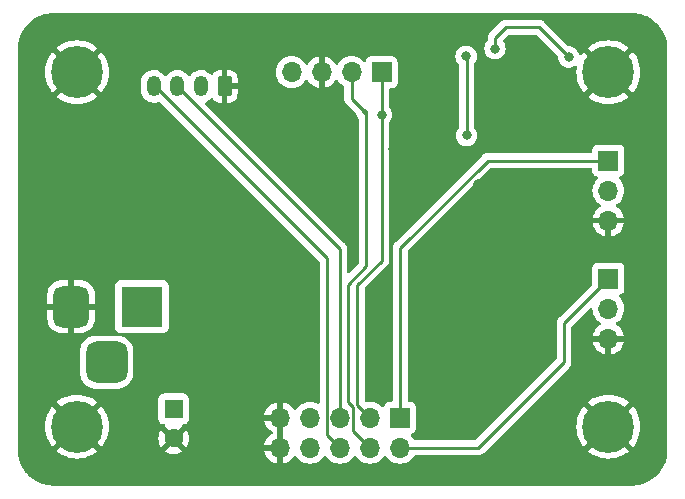
<source format=gbr>
%TF.GenerationSoftware,KiCad,Pcbnew,7.0.2-0*%
%TF.CreationDate,2023-11-21T12:49:43-05:00*%
%TF.ProjectId,WiringHarness,57697269-6e67-4486-9172-6e6573732e6b,rev?*%
%TF.SameCoordinates,Original*%
%TF.FileFunction,Copper,L2,Bot*%
%TF.FilePolarity,Positive*%
%FSLAX46Y46*%
G04 Gerber Fmt 4.6, Leading zero omitted, Abs format (unit mm)*
G04 Created by KiCad (PCBNEW 7.0.2-0) date 2023-11-21 12:49:43*
%MOMM*%
%LPD*%
G01*
G04 APERTURE LIST*
G04 Aperture macros list*
%AMRoundRect*
0 Rectangle with rounded corners*
0 $1 Rounding radius*
0 $2 $3 $4 $5 $6 $7 $8 $9 X,Y pos of 4 corners*
0 Add a 4 corners polygon primitive as box body*
4,1,4,$2,$3,$4,$5,$6,$7,$8,$9,$2,$3,0*
0 Add four circle primitives for the rounded corners*
1,1,$1+$1,$2,$3*
1,1,$1+$1,$4,$5*
1,1,$1+$1,$6,$7*
1,1,$1+$1,$8,$9*
0 Add four rect primitives between the rounded corners*
20,1,$1+$1,$2,$3,$4,$5,0*
20,1,$1+$1,$4,$5,$6,$7,0*
20,1,$1+$1,$6,$7,$8,$9,0*
20,1,$1+$1,$8,$9,$2,$3,0*%
G04 Aperture macros list end*
%TA.AperFunction,ComponentPad*%
%ADD10RoundRect,0.250000X0.350000X0.625000X-0.350000X0.625000X-0.350000X-0.625000X0.350000X-0.625000X0*%
%TD*%
%TA.AperFunction,ComponentPad*%
%ADD11O,1.200000X1.750000*%
%TD*%
%TA.AperFunction,ComponentPad*%
%ADD12R,1.700000X1.700000*%
%TD*%
%TA.AperFunction,ComponentPad*%
%ADD13O,1.700000X1.700000*%
%TD*%
%TA.AperFunction,ComponentPad*%
%ADD14C,4.400000*%
%TD*%
%TA.AperFunction,ComponentPad*%
%ADD15R,3.500000X3.500000*%
%TD*%
%TA.AperFunction,ComponentPad*%
%ADD16RoundRect,0.750000X-0.750000X-1.000000X0.750000X-1.000000X0.750000X1.000000X-0.750000X1.000000X0*%
%TD*%
%TA.AperFunction,ComponentPad*%
%ADD17RoundRect,0.875000X-0.875000X-0.875000X0.875000X-0.875000X0.875000X0.875000X-0.875000X0.875000X0*%
%TD*%
%TA.AperFunction,ComponentPad*%
%ADD18R,1.600000X1.600000*%
%TD*%
%TA.AperFunction,ComponentPad*%
%ADD19C,1.600000*%
%TD*%
%TA.AperFunction,ViaPad*%
%ADD20C,0.800000*%
%TD*%
%TA.AperFunction,ViaPad*%
%ADD21C,0.500000*%
%TD*%
%TA.AperFunction,Conductor*%
%ADD22C,0.254000*%
%TD*%
G04 APERTURE END LIST*
D10*
%TO.P,J7,1,Pin_1*%
%TO.N,GND*%
X144500000Y-81950000D03*
D11*
%TO.P,J7,2,Pin_2*%
%TO.N,/IIC5V*%
X142500000Y-81950000D03*
%TO.P,J7,3,Pin_3*%
%TO.N,/D0*%
X140500000Y-81950000D03*
%TO.P,J7,4,Pin_4*%
%TO.N,/D1*%
X138500000Y-81950000D03*
%TD*%
D12*
%TO.P,J4,1,Pin_1*%
%TO.N,/ServoX*%
X159370000Y-110000000D03*
D13*
%TO.P,J4,2,Pin_2*%
%TO.N,/ServoY*%
X159370000Y-112540000D03*
%TO.P,J4,3,Pin_3*%
%TO.N,/SCL*%
X156830000Y-110000000D03*
%TO.P,J4,4,Pin_4*%
%TO.N,/SDA*%
X156830000Y-112540000D03*
%TO.P,J4,5,Pin_5*%
%TO.N,/D0*%
X154290000Y-110000000D03*
%TO.P,J4,6,Pin_6*%
%TO.N,/D1*%
X154290000Y-112540000D03*
%TO.P,J4,7,Pin_7*%
%TO.N,/Vsys*%
X151750000Y-110000000D03*
%TO.P,J4,8,Pin_8*%
X151750000Y-112540000D03*
%TO.P,J4,9,Pin_9*%
%TO.N,GND*%
X149210000Y-110000000D03*
%TO.P,J4,10,Pin_10*%
X149210000Y-112540000D03*
%TD*%
D12*
%TO.P,J3,1,Pin_1*%
%TO.N,/ServoY*%
X177000000Y-98225000D03*
D13*
%TO.P,J3,2,Pin_2*%
%TO.N,/VoutServo*%
X177000000Y-100765000D03*
%TO.P,J3,3,Pin_3*%
%TO.N,GND*%
X177000000Y-103305000D03*
%TD*%
D12*
%TO.P,J5,1,Pin_1*%
%TO.N,/SCL*%
X157800000Y-80750000D03*
D13*
%TO.P,J5,2,Pin_2*%
%TO.N,/SDA*%
X155260000Y-80750000D03*
%TO.P,J5,3,Pin_3*%
%TO.N,GND*%
X152720000Y-80750000D03*
%TO.P,J5,4,Pin_4*%
%TO.N,/IIC5V*%
X150180000Y-80750000D03*
%TD*%
D14*
%TO.P,H2,1,1*%
%TO.N,GND*%
X177000000Y-110750000D03*
%TD*%
%TO.P,H5,1,1*%
%TO.N,GND*%
X132000000Y-80750000D03*
%TD*%
%TO.P,H3,1,1*%
%TO.N,GND*%
X132000000Y-110750000D03*
%TD*%
D12*
%TO.P,J2,1,Pin_1*%
%TO.N,/ServoX*%
X177000000Y-88225000D03*
D13*
%TO.P,J2,2,Pin_2*%
%TO.N,/VoutServo*%
X177000000Y-90765000D03*
%TO.P,J2,3,Pin_3*%
%TO.N,GND*%
X177000000Y-93305000D03*
%TD*%
D15*
%TO.P,J1,1*%
%TO.N,Net-(D1-A)*%
X137512000Y-100592500D03*
D16*
%TO.P,J1,2*%
%TO.N,GND*%
X131512000Y-100592500D03*
D17*
%TO.P,J1,3*%
%TO.N,N/C*%
X134512000Y-105292500D03*
%TD*%
D18*
%TO.P,C10,1*%
%TO.N,Net-(D1-A)*%
X140200000Y-109250000D03*
D19*
%TO.P,C10,2*%
%TO.N,GND*%
X140200000Y-111750000D03*
%TD*%
D14*
%TO.P,H1,1,1*%
%TO.N,GND*%
X177000000Y-80750000D03*
%TD*%
D20*
%TO.N,GND*%
X166000000Y-90250000D03*
X167000000Y-90250000D03*
X147250000Y-94500000D03*
X147900000Y-107650000D03*
X159750000Y-87250000D03*
X158750000Y-87250000D03*
X148250000Y-94500000D03*
X139750000Y-91050000D03*
X169750000Y-78500000D03*
X160950000Y-103400000D03*
X145650000Y-107650000D03*
X169450000Y-85950000D03*
X168000000Y-105250000D03*
X142400000Y-97350000D03*
X162200000Y-96150000D03*
%TO.N,/SCL*%
X157800000Y-84350000D03*
D21*
%TO.N,/SDA*%
X156400000Y-84150000D03*
D20*
%TO.N,/IIC3V*%
X164950000Y-79400000D03*
X165000000Y-86100000D03*
%TO.N,/SCL3*%
X173650000Y-79450000D03*
X167400000Y-78750000D03*
%TD*%
D22*
%TO.N,/SCL*%
X157800000Y-84350000D02*
X157800000Y-96700000D01*
X156830000Y-110000000D02*
X155750000Y-108920000D01*
X157800000Y-80750000D02*
X157800000Y-84350000D01*
X155750000Y-108920000D02*
X155750000Y-98750000D01*
X157800000Y-96700000D02*
X155750000Y-98750000D01*
%TO.N,/SDA*%
X154946937Y-108655047D02*
X154946937Y-98750000D01*
X156830000Y-112540000D02*
X155394000Y-111104000D01*
X156400000Y-84150000D02*
X156500000Y-84250000D01*
X155394000Y-109102110D02*
X154946937Y-108655047D01*
X155260000Y-80750000D02*
X155260000Y-83010000D01*
X156500000Y-84250000D02*
X156500000Y-97196937D01*
X156500000Y-97196937D02*
X154946937Y-98750000D01*
X155260000Y-83010000D02*
X156400000Y-84150000D01*
X155394000Y-111104000D02*
X155394000Y-109102110D01*
%TO.N,/ServoX*%
X166775000Y-88225000D02*
X159370000Y-95630000D01*
X159370000Y-95630000D02*
X159370000Y-110000000D01*
X177000000Y-88225000D02*
X166775000Y-88225000D01*
%TO.N,/ServoY*%
X173250000Y-101975000D02*
X177000000Y-98225000D01*
X165960000Y-112540000D02*
X173250000Y-105250000D01*
X173250000Y-105250000D02*
X173250000Y-101975000D01*
X159370000Y-112540000D02*
X165960000Y-112540000D01*
%TO.N,/D0*%
X154238998Y-109948998D02*
X154238998Y-95688998D01*
X154238998Y-95688998D02*
X140500000Y-81950000D01*
X154290000Y-110000000D02*
X154238998Y-109948998D01*
%TO.N,/D1*%
X153186000Y-111436000D02*
X153186000Y-96500000D01*
X154290000Y-112540000D02*
X153186000Y-111436000D01*
X138636000Y-81950000D02*
X153186000Y-96500000D01*
X138500000Y-81950000D02*
X138636000Y-81950000D01*
%TO.N,/IIC3V*%
X165000000Y-86100000D02*
X165000000Y-79450000D01*
X165000000Y-79450000D02*
X164950000Y-79400000D01*
%TO.N,/SCL3*%
X171150000Y-76950000D02*
X173650000Y-79450000D01*
X168300000Y-76950000D02*
X167400000Y-77850000D01*
X169400000Y-76950000D02*
X168300000Y-76950000D01*
X169400000Y-76950000D02*
X171150000Y-76950000D01*
X167400000Y-77850000D02*
X167400000Y-78750000D01*
%TD*%
%TA.AperFunction,Conductor*%
%TO.N,GND*%
G36*
X149460000Y-112104498D02*
G01*
X149352315Y-112055320D01*
X149245763Y-112040000D01*
X149174237Y-112040000D01*
X149067685Y-112055320D01*
X148960000Y-112104498D01*
X148960000Y-110435501D01*
X149067685Y-110484680D01*
X149174237Y-110500000D01*
X149245763Y-110500000D01*
X149352315Y-110484680D01*
X149460000Y-110435501D01*
X149460000Y-112104498D01*
G37*
%TD.AperFunction*%
%TA.AperFunction,Conductor*%
G36*
X179003243Y-75750669D02*
G01*
X179133628Y-75757503D01*
X179313910Y-75767628D01*
X179326309Y-75768955D01*
X179475647Y-75792608D01*
X179635321Y-75819737D01*
X179646619Y-75822205D01*
X179796693Y-75862418D01*
X179949188Y-75906351D01*
X179959253Y-75909726D01*
X180104710Y-75965562D01*
X180107599Y-75966714D01*
X180251768Y-76026430D01*
X180260594Y-76030500D01*
X180400064Y-76101565D01*
X180403748Y-76103521D01*
X180493848Y-76153316D01*
X180539548Y-76178574D01*
X180547061Y-76183081D01*
X180678754Y-76268604D01*
X180682947Y-76271452D01*
X180809147Y-76360996D01*
X180815426Y-76365757D01*
X180905017Y-76438307D01*
X180937567Y-76464665D01*
X180942154Y-76468567D01*
X181031944Y-76548809D01*
X181057424Y-76571579D01*
X181062478Y-76576358D01*
X181173640Y-76687520D01*
X181178419Y-76692574D01*
X181281427Y-76807840D01*
X181285333Y-76812431D01*
X181384239Y-76934570D01*
X181389002Y-76940851D01*
X181478546Y-77067051D01*
X181481409Y-77071266D01*
X181566907Y-77202921D01*
X181571430Y-77210460D01*
X181646477Y-77346250D01*
X181648433Y-77349934D01*
X181719498Y-77489404D01*
X181723575Y-77498247D01*
X181783259Y-77642337D01*
X181784462Y-77645353D01*
X181840265Y-77790727D01*
X181843655Y-77800836D01*
X181887579Y-77953297D01*
X181927793Y-78103379D01*
X181930262Y-78114685D01*
X181957394Y-78274369D01*
X181981040Y-78423670D01*
X181982371Y-78436108D01*
X181992509Y-78616617D01*
X181999330Y-78746756D01*
X181999500Y-78753246D01*
X181999500Y-112746753D01*
X181999330Y-112753243D01*
X181992509Y-112883382D01*
X181982372Y-113063887D01*
X181981040Y-113076331D01*
X181957394Y-113225629D01*
X181930263Y-113385308D01*
X181927791Y-113396624D01*
X181887579Y-113546701D01*
X181843653Y-113699170D01*
X181840268Y-113709263D01*
X181784462Y-113854645D01*
X181783259Y-113857661D01*
X181723575Y-114001751D01*
X181719498Y-114010594D01*
X181648433Y-114150064D01*
X181646477Y-114153748D01*
X181571430Y-114289538D01*
X181566897Y-114297094D01*
X181481412Y-114428728D01*
X181478546Y-114432947D01*
X181389002Y-114559147D01*
X181384239Y-114565428D01*
X181285333Y-114687567D01*
X181281427Y-114692158D01*
X181178419Y-114807424D01*
X181173640Y-114812478D01*
X181062478Y-114923640D01*
X181057424Y-114928419D01*
X180942158Y-115031427D01*
X180937567Y-115035333D01*
X180815428Y-115134239D01*
X180809147Y-115139002D01*
X180682947Y-115228546D01*
X180678728Y-115231412D01*
X180547094Y-115316897D01*
X180539538Y-115321430D01*
X180403748Y-115396477D01*
X180400064Y-115398433D01*
X180260594Y-115469498D01*
X180251751Y-115473575D01*
X180107661Y-115533259D01*
X180104645Y-115534462D01*
X179959271Y-115590265D01*
X179949162Y-115593655D01*
X179796702Y-115637579D01*
X179646619Y-115677793D01*
X179635313Y-115680262D01*
X179475630Y-115707394D01*
X179326328Y-115731040D01*
X179313890Y-115732371D01*
X179133382Y-115742509D01*
X179003244Y-115749330D01*
X178996754Y-115749500D01*
X130003247Y-115749500D01*
X129996757Y-115749330D01*
X129866617Y-115742509D01*
X129686111Y-115732372D01*
X129673666Y-115731040D01*
X129524369Y-115707394D01*
X129364690Y-115680263D01*
X129353374Y-115677791D01*
X129203298Y-115637579D01*
X129050828Y-115593653D01*
X129040735Y-115590268D01*
X128895353Y-115534462D01*
X128892337Y-115533259D01*
X128748247Y-115473575D01*
X128739404Y-115469498D01*
X128599934Y-115398433D01*
X128596250Y-115396477D01*
X128460460Y-115321430D01*
X128452921Y-115316907D01*
X128321266Y-115231409D01*
X128317051Y-115228546D01*
X128190851Y-115139002D01*
X128184570Y-115134239D01*
X128062431Y-115035333D01*
X128057840Y-115031427D01*
X127942574Y-114928419D01*
X127937520Y-114923640D01*
X127826358Y-114812478D01*
X127821579Y-114807424D01*
X127718571Y-114692158D01*
X127714665Y-114687567D01*
X127615759Y-114565428D01*
X127610996Y-114559147D01*
X127521452Y-114432947D01*
X127518604Y-114428754D01*
X127433081Y-114297061D01*
X127428568Y-114289538D01*
X127353521Y-114153748D01*
X127351565Y-114150064D01*
X127280500Y-114010594D01*
X127276430Y-114001768D01*
X127216714Y-113857599D01*
X127215562Y-113854710D01*
X127159729Y-113709260D01*
X127156346Y-113699170D01*
X127112414Y-113546679D01*
X127107316Y-113527652D01*
X127072202Y-113396605D01*
X127069738Y-113385323D01*
X127042601Y-113225606D01*
X127018956Y-113076316D01*
X127017627Y-113063890D01*
X127014763Y-113012888D01*
X127007490Y-112883382D01*
X127000669Y-112753243D01*
X127000500Y-112746755D01*
X127000500Y-110753736D01*
X129295290Y-110753736D01*
X129314560Y-111072302D01*
X129315462Y-111079732D01*
X129372990Y-111393651D01*
X129374778Y-111400907D01*
X129469729Y-111705613D01*
X129472374Y-111712589D01*
X129603362Y-112003631D01*
X129606836Y-112010251D01*
X129771945Y-112283373D01*
X129776191Y-112289525D01*
X129921477Y-112474968D01*
X131064210Y-111332234D01*
X131164894Y-111473624D01*
X131316932Y-111618592D01*
X131419222Y-111684330D01*
X130275030Y-112828521D01*
X130275030Y-112828522D01*
X130460474Y-112973808D01*
X130466626Y-112978054D01*
X130739748Y-113143163D01*
X130746368Y-113146637D01*
X131037410Y-113277625D01*
X131044386Y-113280270D01*
X131349092Y-113375221D01*
X131356348Y-113377009D01*
X131670267Y-113434537D01*
X131677697Y-113435439D01*
X131996264Y-113454709D01*
X132003736Y-113454709D01*
X132322302Y-113435439D01*
X132329732Y-113434537D01*
X132643651Y-113377009D01*
X132650907Y-113375221D01*
X132955613Y-113280270D01*
X132962589Y-113277625D01*
X133253631Y-113146637D01*
X133260251Y-113143163D01*
X133533369Y-112978057D01*
X133539524Y-112973808D01*
X133724968Y-112828522D01*
X133724968Y-112828521D01*
X132583306Y-111686859D01*
X132597410Y-111679589D01*
X132762540Y-111549729D01*
X132900110Y-111390965D01*
X132934665Y-111331113D01*
X134078521Y-112474968D01*
X134078522Y-112474968D01*
X134223808Y-112289524D01*
X134228057Y-112283369D01*
X134393163Y-112010251D01*
X134396637Y-112003631D01*
X134510788Y-111750000D01*
X138895033Y-111750000D01*
X138914858Y-111976602D01*
X138973733Y-112196326D01*
X139069866Y-112402484D01*
X139120972Y-112475471D01*
X139120974Y-112475472D01*
X139802046Y-111794399D01*
X139814835Y-111875148D01*
X139872359Y-111988045D01*
X139961955Y-112077641D01*
X140074852Y-112135165D01*
X140155599Y-112147953D01*
X139474526Y-112829025D01*
X139474526Y-112829026D01*
X139547515Y-112880133D01*
X139753673Y-112976266D01*
X139973397Y-113035141D01*
X140200000Y-113054966D01*
X140426602Y-113035141D01*
X140646326Y-112976266D01*
X140852480Y-112880134D01*
X140925472Y-112829025D01*
X140244401Y-112147953D01*
X140325148Y-112135165D01*
X140438045Y-112077641D01*
X140527641Y-111988045D01*
X140585165Y-111875148D01*
X140597953Y-111794400D01*
X141279025Y-112475472D01*
X141330134Y-112402480D01*
X141426266Y-112196326D01*
X141485141Y-111976602D01*
X141504966Y-111750000D01*
X141485141Y-111523397D01*
X141426266Y-111303673D01*
X141330133Y-111097515D01*
X141279025Y-111024526D01*
X140597953Y-111705598D01*
X140585165Y-111624852D01*
X140527641Y-111511955D01*
X140438045Y-111422359D01*
X140325148Y-111364835D01*
X140244399Y-111352045D01*
X140930600Y-110665845D01*
X140940481Y-110616679D01*
X140989096Y-110566496D01*
X141043621Y-110550548D01*
X141044536Y-110550499D01*
X141047872Y-110550499D01*
X141107483Y-110544091D01*
X141242331Y-110493796D01*
X141357546Y-110407546D01*
X141443796Y-110292331D01*
X141494091Y-110157483D01*
X141500500Y-110097873D01*
X141500499Y-108402128D01*
X141494091Y-108342517D01*
X141443796Y-108207669D01*
X141357546Y-108092454D01*
X141242331Y-108006204D01*
X141107483Y-107955909D01*
X141047873Y-107949500D01*
X141044550Y-107949500D01*
X139355439Y-107949500D01*
X139355420Y-107949500D01*
X139352128Y-107949501D01*
X139348848Y-107949853D01*
X139348840Y-107949854D01*
X139292515Y-107955909D01*
X139157669Y-108006204D01*
X139042454Y-108092454D01*
X138956204Y-108207668D01*
X138905910Y-108342515D01*
X138905909Y-108342517D01*
X138899500Y-108402127D01*
X138899500Y-108405448D01*
X138899500Y-108405449D01*
X138899500Y-110094560D01*
X138899500Y-110094578D01*
X138899501Y-110097872D01*
X138899853Y-110101152D01*
X138899854Y-110101159D01*
X138905909Y-110157484D01*
X138925438Y-110209844D01*
X138956204Y-110292331D01*
X139042454Y-110407546D01*
X139157669Y-110493796D01*
X139292517Y-110544091D01*
X139352127Y-110550500D01*
X139355455Y-110550499D01*
X139356388Y-110550550D01*
X139422278Y-110573792D01*
X139465143Y-110628967D01*
X139470666Y-110667113D01*
X140155598Y-111352046D01*
X140074852Y-111364835D01*
X139961955Y-111422359D01*
X139872359Y-111511955D01*
X139814835Y-111624852D01*
X139802046Y-111705599D01*
X139120973Y-111024526D01*
X139120973Y-111024527D01*
X139069865Y-111097516D01*
X138973733Y-111303672D01*
X138914858Y-111523397D01*
X138895033Y-111750000D01*
X134510788Y-111750000D01*
X134527625Y-111712589D01*
X134530270Y-111705613D01*
X134625221Y-111400907D01*
X134627009Y-111393651D01*
X134684537Y-111079732D01*
X134685439Y-111072302D01*
X134704709Y-110753736D01*
X134704709Y-110746263D01*
X134685439Y-110427697D01*
X134684537Y-110420267D01*
X134627009Y-110106348D01*
X134625221Y-110099092D01*
X134530270Y-109794386D01*
X134527625Y-109787410D01*
X134396637Y-109496368D01*
X134393163Y-109489748D01*
X134228054Y-109216626D01*
X134223808Y-109210474D01*
X134078521Y-109025030D01*
X132935787Y-110167763D01*
X132835106Y-110026376D01*
X132683068Y-109881408D01*
X132580777Y-109815669D01*
X133724968Y-108671477D01*
X133724968Y-108671476D01*
X133539525Y-108526191D01*
X133533373Y-108521945D01*
X133260251Y-108356836D01*
X133253631Y-108353362D01*
X132962589Y-108222374D01*
X132955613Y-108219729D01*
X132650907Y-108124778D01*
X132643651Y-108122990D01*
X132329732Y-108065462D01*
X132322302Y-108064560D01*
X132003736Y-108045291D01*
X131996264Y-108045291D01*
X131677697Y-108064560D01*
X131670267Y-108065462D01*
X131356348Y-108122990D01*
X131349092Y-108124778D01*
X131044386Y-108219729D01*
X131037410Y-108222374D01*
X130746368Y-108353362D01*
X130739748Y-108356836D01*
X130466626Y-108521945D01*
X130460474Y-108526191D01*
X130275030Y-108671476D01*
X130275030Y-108671477D01*
X131416693Y-109813140D01*
X131402590Y-109820411D01*
X131237460Y-109950271D01*
X131099890Y-110109035D01*
X131065334Y-110168886D01*
X129921477Y-109025030D01*
X129921476Y-109025030D01*
X129776191Y-109210474D01*
X129771945Y-109216626D01*
X129606836Y-109489748D01*
X129603362Y-109496368D01*
X129472374Y-109787410D01*
X129469729Y-109794386D01*
X129374778Y-110099092D01*
X129372990Y-110106348D01*
X129315462Y-110420267D01*
X129314560Y-110427697D01*
X129295290Y-110746263D01*
X129295290Y-110753736D01*
X127000500Y-110753736D01*
X127000500Y-106261122D01*
X132261500Y-106261122D01*
X132261586Y-106262747D01*
X132261587Y-106262772D01*
X132264067Y-106309459D01*
X132264067Y-106309466D01*
X132264295Y-106313741D01*
X132308755Y-106543626D01*
X132391426Y-106762690D01*
X132509930Y-106964632D01*
X132660858Y-107143642D01*
X132839868Y-107294570D01*
X133041810Y-107413074D01*
X133260874Y-107495745D01*
X133490759Y-107540205D01*
X133543378Y-107543000D01*
X133545022Y-107543000D01*
X135478978Y-107543000D01*
X135480622Y-107543000D01*
X135533241Y-107540205D01*
X135763126Y-107495745D01*
X135982190Y-107413074D01*
X136184132Y-107294570D01*
X136363142Y-107143642D01*
X136514070Y-106964632D01*
X136632574Y-106762690D01*
X136715245Y-106543626D01*
X136759705Y-106313741D01*
X136762500Y-106261122D01*
X136762500Y-104323878D01*
X136759705Y-104271259D01*
X136715245Y-104041374D01*
X136632574Y-103822310D01*
X136514070Y-103620368D01*
X136363142Y-103441358D01*
X136184132Y-103290430D01*
X135982190Y-103171926D01*
X135763126Y-103089255D01*
X135763121Y-103089254D01*
X135760475Y-103088742D01*
X135756974Y-103086934D01*
X135753251Y-103085529D01*
X135753414Y-103085095D01*
X135698395Y-103056682D01*
X135663503Y-102996148D01*
X135666876Y-102926360D01*
X135707445Y-102869475D01*
X135772328Y-102843552D01*
X135784007Y-102842999D01*
X139309872Y-102842999D01*
X139369483Y-102836591D01*
X139504331Y-102786296D01*
X139619546Y-102700046D01*
X139705796Y-102584831D01*
X139756091Y-102449983D01*
X139762500Y-102390373D01*
X139762499Y-98794628D01*
X139756091Y-98735017D01*
X139705796Y-98600169D01*
X139619546Y-98484954D01*
X139504331Y-98398704D01*
X139369483Y-98348409D01*
X139369483Y-98348408D01*
X139313166Y-98342354D01*
X139313165Y-98342353D01*
X139309873Y-98342000D01*
X139306550Y-98342000D01*
X135717439Y-98342000D01*
X135717420Y-98342000D01*
X135714128Y-98342001D01*
X135710848Y-98342353D01*
X135710840Y-98342354D01*
X135654515Y-98348409D01*
X135519669Y-98398704D01*
X135404454Y-98484954D01*
X135318204Y-98600168D01*
X135267909Y-98735016D01*
X135262195Y-98788167D01*
X135261500Y-98794627D01*
X135261500Y-98797948D01*
X135261500Y-98797949D01*
X135261500Y-102387060D01*
X135261500Y-102387078D01*
X135261501Y-102390372D01*
X135267909Y-102449983D01*
X135318204Y-102584831D01*
X135404454Y-102700046D01*
X135519669Y-102786296D01*
X135566940Y-102803927D01*
X135622873Y-102845796D01*
X135647291Y-102911261D01*
X135632440Y-102979534D01*
X135583035Y-103028940D01*
X135517033Y-103043934D01*
X135482242Y-103042086D01*
X135482240Y-103042085D01*
X135480622Y-103042000D01*
X133543378Y-103042000D01*
X133541753Y-103042086D01*
X133541727Y-103042087D01*
X133495040Y-103044567D01*
X133495031Y-103044568D01*
X133490759Y-103044795D01*
X133486561Y-103045606D01*
X133486552Y-103045608D01*
X133260877Y-103089254D01*
X133260874Y-103089254D01*
X133260874Y-103089255D01*
X133151341Y-103130590D01*
X133041807Y-103171927D01*
X132839868Y-103290430D01*
X132660858Y-103441358D01*
X132509930Y-103620368D01*
X132391427Y-103822307D01*
X132308754Y-104041377D01*
X132265108Y-104267052D01*
X132265106Y-104267061D01*
X132264295Y-104271259D01*
X132264068Y-104275531D01*
X132264067Y-104275540D01*
X132261587Y-104322227D01*
X132261586Y-104322253D01*
X132261500Y-104323878D01*
X132261500Y-106261122D01*
X127000500Y-106261122D01*
X127000500Y-100342500D01*
X129512000Y-100342500D01*
X131012000Y-100342500D01*
X131012000Y-100842500D01*
X129512001Y-100842500D01*
X129512001Y-101654244D01*
X129512192Y-101659125D01*
X129522400Y-101788831D01*
X129577377Y-102007018D01*
X129670430Y-102211879D01*
X129798565Y-102396832D01*
X129957667Y-102555934D01*
X130142620Y-102684069D01*
X130347481Y-102777122D01*
X130565668Y-102832099D01*
X130695374Y-102842308D01*
X130700254Y-102842499D01*
X131261999Y-102842499D01*
X131262000Y-102842498D01*
X131262000Y-102026186D01*
X131302156Y-102051993D01*
X131440111Y-102092500D01*
X131583889Y-102092500D01*
X131721844Y-102051993D01*
X131762000Y-102026186D01*
X131762000Y-102842499D01*
X132323744Y-102842499D01*
X132328625Y-102842307D01*
X132458331Y-102832099D01*
X132676518Y-102777122D01*
X132881379Y-102684069D01*
X133066332Y-102555934D01*
X133225434Y-102396832D01*
X133353569Y-102211879D01*
X133446622Y-102007018D01*
X133501599Y-101788831D01*
X133511808Y-101659125D01*
X133512000Y-101654245D01*
X133512000Y-100842500D01*
X132012000Y-100842500D01*
X132012000Y-100342500D01*
X133511999Y-100342500D01*
X133511999Y-99530755D01*
X133511807Y-99525874D01*
X133501599Y-99396168D01*
X133446622Y-99177981D01*
X133353569Y-98973120D01*
X133225434Y-98788167D01*
X133066332Y-98629065D01*
X132881379Y-98500930D01*
X132676518Y-98407877D01*
X132458331Y-98352900D01*
X132328625Y-98342691D01*
X132323746Y-98342500D01*
X131762000Y-98342500D01*
X131762000Y-99158813D01*
X131721844Y-99133007D01*
X131583889Y-99092500D01*
X131440111Y-99092500D01*
X131302156Y-99133007D01*
X131261999Y-99158813D01*
X131261999Y-98342500D01*
X130700255Y-98342500D01*
X130695374Y-98342692D01*
X130565668Y-98352900D01*
X130347481Y-98407877D01*
X130142620Y-98500930D01*
X129957667Y-98629065D01*
X129798565Y-98788167D01*
X129670430Y-98973120D01*
X129577377Y-99177981D01*
X129522400Y-99396168D01*
X129512191Y-99525874D01*
X129512000Y-99530754D01*
X129512000Y-100342500D01*
X127000500Y-100342500D01*
X127000500Y-80753736D01*
X129295290Y-80753736D01*
X129314560Y-81072302D01*
X129315462Y-81079732D01*
X129372990Y-81393651D01*
X129374778Y-81400907D01*
X129469729Y-81705613D01*
X129472374Y-81712589D01*
X129603362Y-82003631D01*
X129606836Y-82010251D01*
X129771945Y-82283373D01*
X129776191Y-82289525D01*
X129921477Y-82474968D01*
X131064211Y-81332235D01*
X131164894Y-81473624D01*
X131316932Y-81618592D01*
X131419222Y-81684330D01*
X130275030Y-82828521D01*
X130275030Y-82828522D01*
X130460474Y-82973808D01*
X130466626Y-82978054D01*
X130739748Y-83143163D01*
X130746368Y-83146637D01*
X131037410Y-83277625D01*
X131044386Y-83280270D01*
X131349092Y-83375221D01*
X131356348Y-83377009D01*
X131670267Y-83434537D01*
X131677697Y-83435439D01*
X131996264Y-83454709D01*
X132003736Y-83454709D01*
X132322302Y-83435439D01*
X132329732Y-83434537D01*
X132643651Y-83377009D01*
X132650907Y-83375221D01*
X132955613Y-83280270D01*
X132962589Y-83277625D01*
X133253631Y-83146637D01*
X133260251Y-83143163D01*
X133533369Y-82978057D01*
X133539524Y-82973808D01*
X133724968Y-82828522D01*
X133724968Y-82828521D01*
X132583306Y-81686859D01*
X132597410Y-81679589D01*
X132762540Y-81549729D01*
X132900110Y-81390965D01*
X132934665Y-81331112D01*
X134078521Y-82474968D01*
X134078522Y-82474968D01*
X134223808Y-82289524D01*
X134228057Y-82283369D01*
X134231650Y-82277425D01*
X137399500Y-82277425D01*
X137399779Y-82280355D01*
X137399781Y-82280380D01*
X137414471Y-82434215D01*
X137473683Y-82635873D01*
X137569990Y-82822684D01*
X137692146Y-82978016D01*
X137699908Y-82987886D01*
X137736807Y-83019859D01*
X137858745Y-83125520D01*
X138020827Y-83219098D01*
X138040756Y-83230604D01*
X138089675Y-83247535D01*
X138239366Y-83299344D01*
X138274298Y-83304366D01*
X138447398Y-83329254D01*
X138657330Y-83319254D01*
X138861576Y-83269704D01*
X138925167Y-83240662D01*
X138994321Y-83230719D01*
X139057877Y-83259743D01*
X139064357Y-83265776D01*
X152522181Y-96723600D01*
X152555666Y-96784923D01*
X152558500Y-96811281D01*
X152558500Y-108692256D01*
X152538815Y-108759295D01*
X152486011Y-108805050D01*
X152416853Y-108814994D01*
X152382096Y-108804638D01*
X152213665Y-108726097D01*
X151985407Y-108664936D01*
X151750000Y-108644340D01*
X151514592Y-108664936D01*
X151286336Y-108726097D01*
X151072170Y-108825965D01*
X150878598Y-108961505D01*
X150711508Y-109128595D01*
X150581269Y-109314596D01*
X150526692Y-109358220D01*
X150457193Y-109365413D01*
X150394839Y-109333891D01*
X150378119Y-109314595D01*
X150248109Y-109128921D01*
X150081081Y-108961893D01*
X149887576Y-108826399D01*
X149673492Y-108726569D01*
X149460000Y-108669364D01*
X149460000Y-109564498D01*
X149352315Y-109515320D01*
X149245763Y-109500000D01*
X149174237Y-109500000D01*
X149067685Y-109515320D01*
X148960000Y-109564498D01*
X148960000Y-108669364D01*
X148959999Y-108669364D01*
X148746507Y-108726569D01*
X148532421Y-108826400D01*
X148338921Y-108961890D01*
X148171890Y-109128921D01*
X148036400Y-109322421D01*
X147936569Y-109536507D01*
X147879364Y-109749999D01*
X147879364Y-109750000D01*
X148776314Y-109750000D01*
X148750507Y-109790156D01*
X148710000Y-109928111D01*
X148710000Y-110071889D01*
X148750507Y-110209844D01*
X148776314Y-110250000D01*
X147879364Y-110250000D01*
X147936569Y-110463492D01*
X148036399Y-110677576D01*
X148171893Y-110871081D01*
X148338918Y-111038106D01*
X148525031Y-111168425D01*
X148568656Y-111223002D01*
X148575848Y-111292501D01*
X148544326Y-111354855D01*
X148525031Y-111371575D01*
X148338918Y-111501893D01*
X148171890Y-111668921D01*
X148036400Y-111862421D01*
X147936569Y-112076507D01*
X147879364Y-112289999D01*
X147879364Y-112290000D01*
X148776314Y-112290000D01*
X148750507Y-112330156D01*
X148710000Y-112468111D01*
X148710000Y-112611889D01*
X148750507Y-112749844D01*
X148776314Y-112790000D01*
X147879364Y-112790000D01*
X147936569Y-113003492D01*
X148036399Y-113217576D01*
X148171893Y-113411081D01*
X148338918Y-113578106D01*
X148532423Y-113713600D01*
X148746509Y-113813430D01*
X148960000Y-113870634D01*
X148960000Y-112975501D01*
X149067685Y-113024680D01*
X149174237Y-113040000D01*
X149245763Y-113040000D01*
X149352315Y-113024680D01*
X149460000Y-112975501D01*
X149460000Y-113870633D01*
X149673490Y-113813430D01*
X149887576Y-113713600D01*
X150081081Y-113578106D01*
X150248109Y-113411078D01*
X150378119Y-113225405D01*
X150432696Y-113181780D01*
X150502194Y-113174586D01*
X150564549Y-113206109D01*
X150581265Y-113225400D01*
X150711505Y-113411401D01*
X150878599Y-113578495D01*
X151072170Y-113714035D01*
X151286337Y-113813903D01*
X151498059Y-113870633D01*
X151514592Y-113875063D01*
X151749999Y-113895659D01*
X151749999Y-113895658D01*
X151750000Y-113895659D01*
X151985408Y-113875063D01*
X152213663Y-113813903D01*
X152427830Y-113714035D01*
X152621401Y-113578495D01*
X152788495Y-113411401D01*
X152918427Y-113225838D01*
X152973001Y-113182216D01*
X153042499Y-113175022D01*
X153104854Y-113206545D01*
X153121572Y-113225838D01*
X153251505Y-113411401D01*
X153418599Y-113578495D01*
X153612170Y-113714035D01*
X153826337Y-113813903D01*
X154054592Y-113875063D01*
X154290000Y-113895659D01*
X154525408Y-113875063D01*
X154753663Y-113813903D01*
X154967830Y-113714035D01*
X155161401Y-113578495D01*
X155328495Y-113411401D01*
X155458426Y-113225839D01*
X155513002Y-113182216D01*
X155582500Y-113175022D01*
X155644855Y-113206545D01*
X155661571Y-113225837D01*
X155791505Y-113411401D01*
X155958599Y-113578495D01*
X156152170Y-113714035D01*
X156366337Y-113813903D01*
X156594592Y-113875063D01*
X156830000Y-113895659D01*
X157065408Y-113875063D01*
X157293663Y-113813903D01*
X157507830Y-113714035D01*
X157701401Y-113578495D01*
X157868495Y-113411401D01*
X157998427Y-113225838D01*
X158053001Y-113182216D01*
X158122499Y-113175022D01*
X158184854Y-113206545D01*
X158201572Y-113225838D01*
X158331505Y-113411401D01*
X158498599Y-113578495D01*
X158692170Y-113714035D01*
X158906337Y-113813903D01*
X159134592Y-113875063D01*
X159370000Y-113895659D01*
X159605408Y-113875063D01*
X159833663Y-113813903D01*
X160047830Y-113714035D01*
X160241401Y-113578495D01*
X160408495Y-113411401D01*
X160542252Y-113220375D01*
X160596829Y-113176751D01*
X160643827Y-113167500D01*
X165877034Y-113167500D01*
X165897601Y-113169770D01*
X165900475Y-113169679D01*
X165900477Y-113169680D01*
X165967918Y-113167561D01*
X165971813Y-113167500D01*
X165995574Y-113167500D01*
X165999476Y-113167500D01*
X166003482Y-113166993D01*
X166015113Y-113166077D01*
X166058943Y-113164701D01*
X166078280Y-113159082D01*
X166097321Y-113155138D01*
X166117293Y-113152616D01*
X166158055Y-113136476D01*
X166169092Y-113132698D01*
X166211191Y-113120468D01*
X166228510Y-113110224D01*
X166245994Y-113101659D01*
X166264703Y-113094253D01*
X166300168Y-113068485D01*
X166309915Y-113062081D01*
X166347656Y-113039763D01*
X166361892Y-113025526D01*
X166376679Y-113012896D01*
X166392967Y-113001063D01*
X166420904Y-112967290D01*
X166428756Y-112958661D01*
X168633681Y-110753736D01*
X174295291Y-110753736D01*
X174314560Y-111072302D01*
X174315462Y-111079732D01*
X174372990Y-111393651D01*
X174374778Y-111400907D01*
X174469729Y-111705613D01*
X174472374Y-111712589D01*
X174603362Y-112003631D01*
X174606836Y-112010251D01*
X174771945Y-112283373D01*
X174776191Y-112289525D01*
X174921477Y-112474968D01*
X176064210Y-111332234D01*
X176164894Y-111473624D01*
X176316932Y-111618592D01*
X176419222Y-111684330D01*
X175275030Y-112828521D01*
X175275030Y-112828522D01*
X175460474Y-112973808D01*
X175466626Y-112978054D01*
X175739748Y-113143163D01*
X175746368Y-113146637D01*
X176037410Y-113277625D01*
X176044386Y-113280270D01*
X176349092Y-113375221D01*
X176356348Y-113377009D01*
X176670267Y-113434537D01*
X176677697Y-113435439D01*
X176996264Y-113454709D01*
X177003736Y-113454709D01*
X177322302Y-113435439D01*
X177329732Y-113434537D01*
X177643651Y-113377009D01*
X177650907Y-113375221D01*
X177955613Y-113280270D01*
X177962589Y-113277625D01*
X178253631Y-113146637D01*
X178260251Y-113143163D01*
X178533369Y-112978057D01*
X178539524Y-112973808D01*
X178724968Y-112828522D01*
X178724968Y-112828521D01*
X177583306Y-111686859D01*
X177597410Y-111679589D01*
X177762540Y-111549729D01*
X177900110Y-111390965D01*
X177934665Y-111331112D01*
X179078521Y-112474968D01*
X179078522Y-112474968D01*
X179223808Y-112289524D01*
X179228057Y-112283369D01*
X179393163Y-112010251D01*
X179396637Y-112003631D01*
X179527625Y-111712589D01*
X179530270Y-111705613D01*
X179625221Y-111400907D01*
X179627009Y-111393651D01*
X179684537Y-111079732D01*
X179685439Y-111072302D01*
X179704709Y-110753736D01*
X179704709Y-110746263D01*
X179685439Y-110427697D01*
X179684537Y-110420267D01*
X179627009Y-110106348D01*
X179625221Y-110099092D01*
X179530270Y-109794386D01*
X179527625Y-109787410D01*
X179396637Y-109496368D01*
X179393163Y-109489748D01*
X179228054Y-109216626D01*
X179223808Y-109210474D01*
X179078521Y-109025030D01*
X177935788Y-110167763D01*
X177835106Y-110026376D01*
X177683068Y-109881408D01*
X177580777Y-109815669D01*
X178724968Y-108671477D01*
X178724968Y-108671476D01*
X178539525Y-108526191D01*
X178533373Y-108521945D01*
X178260251Y-108356836D01*
X178253631Y-108353362D01*
X177962589Y-108222374D01*
X177955613Y-108219729D01*
X177650907Y-108124778D01*
X177643651Y-108122990D01*
X177329732Y-108065462D01*
X177322302Y-108064560D01*
X177003736Y-108045291D01*
X176996264Y-108045291D01*
X176677697Y-108064560D01*
X176670267Y-108065462D01*
X176356348Y-108122990D01*
X176349092Y-108124778D01*
X176044386Y-108219729D01*
X176037410Y-108222374D01*
X175746368Y-108353362D01*
X175739748Y-108356836D01*
X175466626Y-108521945D01*
X175460474Y-108526191D01*
X175275030Y-108671476D01*
X175275030Y-108671477D01*
X176416693Y-109813140D01*
X176402590Y-109820411D01*
X176237460Y-109950271D01*
X176099890Y-110109035D01*
X176065334Y-110168887D01*
X174921477Y-109025030D01*
X174921476Y-109025030D01*
X174776191Y-109210474D01*
X174771945Y-109216626D01*
X174606836Y-109489748D01*
X174603362Y-109496368D01*
X174472374Y-109787410D01*
X174469729Y-109794386D01*
X174374778Y-110099092D01*
X174372990Y-110106348D01*
X174315462Y-110420267D01*
X174314560Y-110427697D01*
X174295291Y-110746263D01*
X174295291Y-110753736D01*
X168633681Y-110753736D01*
X173635044Y-105752373D01*
X173651190Y-105739439D01*
X173653159Y-105737341D01*
X173653162Y-105737340D01*
X173699384Y-105688117D01*
X173702001Y-105685416D01*
X173721623Y-105665796D01*
X173724086Y-105662619D01*
X173731684Y-105653720D01*
X173761693Y-105621767D01*
X173771392Y-105604122D01*
X173782071Y-105587864D01*
X173794408Y-105571962D01*
X173811815Y-105531734D01*
X173816951Y-105521251D01*
X173838072Y-105482834D01*
X173843077Y-105463340D01*
X173849383Y-105444923D01*
X173857373Y-105426460D01*
X173857372Y-105426460D01*
X173857374Y-105426458D01*
X173864231Y-105383155D01*
X173866596Y-105371736D01*
X173877500Y-105329272D01*
X173877500Y-105309141D01*
X173879027Y-105289742D01*
X173882175Y-105269867D01*
X173878050Y-105226230D01*
X173877500Y-105214561D01*
X173877500Y-102286280D01*
X173897185Y-102219241D01*
X173913814Y-102198604D01*
X175432422Y-100679995D01*
X175493743Y-100646512D01*
X175563435Y-100651496D01*
X175619368Y-100693368D01*
X175643629Y-100756870D01*
X175664936Y-101000407D01*
X175709709Y-101167501D01*
X175726097Y-101228663D01*
X175825965Y-101442830D01*
X175961505Y-101636401D01*
X176128599Y-101803495D01*
X176314596Y-101933732D01*
X176358219Y-101988307D01*
X176365412Y-102057806D01*
X176333890Y-102120160D01*
X176314595Y-102136880D01*
X176128919Y-102266892D01*
X175961890Y-102433921D01*
X175826400Y-102627421D01*
X175726569Y-102841507D01*
X175669364Y-103054999D01*
X175669364Y-103055000D01*
X176566314Y-103055000D01*
X176540507Y-103095156D01*
X176500000Y-103233111D01*
X176500000Y-103376889D01*
X176540507Y-103514844D01*
X176566314Y-103555000D01*
X175669364Y-103555000D01*
X175726569Y-103768492D01*
X175826399Y-103982576D01*
X175961893Y-104176081D01*
X176128918Y-104343106D01*
X176322423Y-104478600D01*
X176536509Y-104578430D01*
X176750000Y-104635634D01*
X176750000Y-103740501D01*
X176857685Y-103789680D01*
X176964237Y-103805000D01*
X177035763Y-103805000D01*
X177142315Y-103789680D01*
X177249999Y-103740501D01*
X177249999Y-104635633D01*
X177463490Y-104578430D01*
X177677576Y-104478600D01*
X177871081Y-104343106D01*
X178038106Y-104176081D01*
X178173600Y-103982576D01*
X178273430Y-103768492D01*
X178330636Y-103555000D01*
X177433686Y-103555000D01*
X177459493Y-103514844D01*
X177500000Y-103376889D01*
X177500000Y-103233111D01*
X177459493Y-103095156D01*
X177433686Y-103055000D01*
X178330636Y-103055000D01*
X178330635Y-103054999D01*
X178273430Y-102841507D01*
X178173599Y-102627421D01*
X178038109Y-102433921D01*
X177871081Y-102266893D01*
X177685404Y-102136880D01*
X177641780Y-102082303D01*
X177634587Y-102012804D01*
X177666109Y-101950450D01*
X177685399Y-101933734D01*
X177871401Y-101803495D01*
X178038495Y-101636401D01*
X178174035Y-101442830D01*
X178273903Y-101228663D01*
X178335063Y-101000408D01*
X178355659Y-100765000D01*
X178345728Y-100651496D01*
X178335063Y-100529592D01*
X178284932Y-100342499D01*
X178273903Y-100301337D01*
X178174035Y-100087171D01*
X178038495Y-99893599D01*
X177916569Y-99771673D01*
X177883084Y-99710350D01*
X177888068Y-99640658D01*
X177929940Y-99584725D01*
X177960915Y-99567810D01*
X178092331Y-99518796D01*
X178207546Y-99432546D01*
X178293796Y-99317331D01*
X178344091Y-99182483D01*
X178350500Y-99122873D01*
X178350499Y-97327128D01*
X178344091Y-97267517D01*
X178293796Y-97132669D01*
X178207546Y-97017454D01*
X178092331Y-96931204D01*
X177957483Y-96880909D01*
X177916103Y-96876460D01*
X177901166Y-96874854D01*
X177901165Y-96874853D01*
X177897873Y-96874500D01*
X177894550Y-96874500D01*
X176105439Y-96874500D01*
X176105420Y-96874500D01*
X176102128Y-96874501D01*
X176098848Y-96874853D01*
X176098840Y-96874854D01*
X176042515Y-96880909D01*
X175907669Y-96931204D01*
X175792454Y-97017454D01*
X175706204Y-97132668D01*
X175655910Y-97267515D01*
X175655909Y-97267517D01*
X175649500Y-97327127D01*
X175649500Y-97330449D01*
X175649500Y-98636718D01*
X175629815Y-98703757D01*
X175613181Y-98724399D01*
X172864954Y-101472625D01*
X172848806Y-101485563D01*
X172800646Y-101536847D01*
X172797941Y-101539639D01*
X172778377Y-101559204D01*
X172776003Y-101562264D01*
X172775984Y-101562286D01*
X172775879Y-101562423D01*
X172768317Y-101571274D01*
X172738306Y-101603233D01*
X172728606Y-101620877D01*
X172717928Y-101637133D01*
X172705592Y-101653036D01*
X172688185Y-101693262D01*
X172683047Y-101703750D01*
X172661927Y-101742166D01*
X172656919Y-101761670D01*
X172650619Y-101780069D01*
X172642625Y-101798542D01*
X172635769Y-101841831D01*
X172633401Y-101853267D01*
X172622500Y-101895727D01*
X172622500Y-101915858D01*
X172620973Y-101935256D01*
X172617825Y-101955131D01*
X172621950Y-101998767D01*
X172622500Y-102010437D01*
X172622500Y-104938718D01*
X172602815Y-105005757D01*
X172586181Y-105026399D01*
X165736400Y-111876181D01*
X165675077Y-111909666D01*
X165648719Y-111912500D01*
X160643826Y-111912500D01*
X160576787Y-111892815D01*
X160542251Y-111859623D01*
X160465492Y-111749999D01*
X160408495Y-111668599D01*
X160286569Y-111546673D01*
X160253084Y-111485350D01*
X160258068Y-111415658D01*
X160299940Y-111359725D01*
X160330915Y-111342810D01*
X160462331Y-111293796D01*
X160577546Y-111207546D01*
X160663796Y-111092331D01*
X160714091Y-110957483D01*
X160720500Y-110897873D01*
X160720499Y-109102128D01*
X160714091Y-109042517D01*
X160663796Y-108907669D01*
X160577546Y-108792454D01*
X160462331Y-108706204D01*
X160327483Y-108655909D01*
X160267873Y-108649500D01*
X160264551Y-108649500D01*
X160121500Y-108649500D01*
X160054461Y-108629815D01*
X160008706Y-108577011D01*
X159997500Y-108525500D01*
X159997500Y-95941280D01*
X160017185Y-95874241D01*
X160033814Y-95853604D01*
X166998600Y-88888818D01*
X167059923Y-88855334D01*
X167086281Y-88852500D01*
X175525501Y-88852500D01*
X175592540Y-88872185D01*
X175638295Y-88924989D01*
X175649501Y-88976500D01*
X175649501Y-89122872D01*
X175655909Y-89182483D01*
X175706204Y-89317331D01*
X175792454Y-89432546D01*
X175907669Y-89518796D01*
X176019907Y-89560658D01*
X176039082Y-89567810D01*
X176095016Y-89609681D01*
X176119433Y-89675146D01*
X176104581Y-89743419D01*
X176083431Y-89771673D01*
X175961503Y-89893601D01*
X175825965Y-90087170D01*
X175726097Y-90301336D01*
X175664936Y-90529592D01*
X175644340Y-90765000D01*
X175664936Y-91000407D01*
X175709709Y-91167502D01*
X175726097Y-91228663D01*
X175825965Y-91442830D01*
X175961505Y-91636401D01*
X176128599Y-91803495D01*
X176314596Y-91933732D01*
X176358219Y-91988307D01*
X176365412Y-92057806D01*
X176333890Y-92120160D01*
X176314595Y-92136880D01*
X176128919Y-92266892D01*
X175961890Y-92433921D01*
X175826400Y-92627421D01*
X175726569Y-92841507D01*
X175669364Y-93054999D01*
X175669364Y-93055000D01*
X176566314Y-93055000D01*
X176540507Y-93095156D01*
X176500000Y-93233111D01*
X176500000Y-93376889D01*
X176540507Y-93514844D01*
X176566314Y-93555000D01*
X175669364Y-93555000D01*
X175726569Y-93768492D01*
X175826399Y-93982576D01*
X175961893Y-94176081D01*
X176128918Y-94343106D01*
X176322423Y-94478600D01*
X176536509Y-94578430D01*
X176750000Y-94635634D01*
X176750000Y-93740501D01*
X176857685Y-93789680D01*
X176964237Y-93805000D01*
X177035763Y-93805000D01*
X177142315Y-93789680D01*
X177249999Y-93740501D01*
X177249999Y-94635633D01*
X177463490Y-94578430D01*
X177677576Y-94478600D01*
X177871081Y-94343106D01*
X178038106Y-94176081D01*
X178173600Y-93982576D01*
X178273430Y-93768492D01*
X178330636Y-93555000D01*
X177433686Y-93555000D01*
X177459493Y-93514844D01*
X177500000Y-93376889D01*
X177500000Y-93233111D01*
X177459493Y-93095156D01*
X177433686Y-93055000D01*
X178330636Y-93055000D01*
X178330635Y-93054999D01*
X178273430Y-92841507D01*
X178173599Y-92627421D01*
X178038109Y-92433921D01*
X177871081Y-92266893D01*
X177685404Y-92136880D01*
X177641780Y-92082303D01*
X177634587Y-92012804D01*
X177666109Y-91950450D01*
X177685399Y-91933734D01*
X177871401Y-91803495D01*
X178038495Y-91636401D01*
X178174035Y-91442830D01*
X178273903Y-91228663D01*
X178335063Y-91000408D01*
X178355659Y-90765000D01*
X178335063Y-90529592D01*
X178273903Y-90301337D01*
X178174035Y-90087171D01*
X178038495Y-89893599D01*
X177916569Y-89771673D01*
X177883084Y-89710350D01*
X177888068Y-89640658D01*
X177929940Y-89584725D01*
X177960915Y-89567810D01*
X178092331Y-89518796D01*
X178207546Y-89432546D01*
X178293796Y-89317331D01*
X178344091Y-89182483D01*
X178350500Y-89122873D01*
X178350499Y-87327128D01*
X178344091Y-87267517D01*
X178293796Y-87132669D01*
X178207546Y-87017454D01*
X178092331Y-86931204D01*
X177957483Y-86880909D01*
X177897873Y-86874500D01*
X177894550Y-86874500D01*
X176105439Y-86874500D01*
X176105420Y-86874500D01*
X176102128Y-86874501D01*
X176098848Y-86874853D01*
X176098840Y-86874854D01*
X176042515Y-86880909D01*
X175907669Y-86931204D01*
X175792454Y-87017454D01*
X175706204Y-87132668D01*
X175655910Y-87267515D01*
X175655909Y-87267517D01*
X175649500Y-87327127D01*
X175649500Y-87330449D01*
X175649500Y-87473500D01*
X175629815Y-87540539D01*
X175577011Y-87586294D01*
X175525500Y-87597500D01*
X166857966Y-87597500D01*
X166837403Y-87595229D01*
X166767095Y-87597439D01*
X166763200Y-87597500D01*
X166735524Y-87597500D01*
X166731652Y-87597988D01*
X166731635Y-87597990D01*
X166731493Y-87598008D01*
X166719874Y-87598922D01*
X166676057Y-87600299D01*
X166656724Y-87605916D01*
X166637679Y-87609860D01*
X166617707Y-87612383D01*
X166576954Y-87628518D01*
X166565907Y-87632300D01*
X166523804Y-87644532D01*
X166506476Y-87654780D01*
X166489009Y-87663337D01*
X166470298Y-87670745D01*
X166434837Y-87696509D01*
X166425077Y-87702920D01*
X166387345Y-87725235D01*
X166373107Y-87739473D01*
X166358319Y-87752103D01*
X166342033Y-87763936D01*
X166314091Y-87797711D01*
X166306230Y-87806349D01*
X158984954Y-95127625D01*
X158968806Y-95140563D01*
X158920646Y-95191847D01*
X158917941Y-95194639D01*
X158898377Y-95214204D01*
X158896003Y-95217264D01*
X158895984Y-95217286D01*
X158895879Y-95217423D01*
X158888317Y-95226274D01*
X158858306Y-95258233D01*
X158848606Y-95275877D01*
X158837928Y-95292133D01*
X158825592Y-95308036D01*
X158808185Y-95348262D01*
X158803047Y-95358750D01*
X158781927Y-95397166D01*
X158776919Y-95416670D01*
X158770619Y-95435069D01*
X158762625Y-95453542D01*
X158755769Y-95496831D01*
X158753401Y-95508267D01*
X158742500Y-95550727D01*
X158742500Y-95570858D01*
X158740973Y-95590256D01*
X158737825Y-95610131D01*
X158741950Y-95653767D01*
X158742500Y-95665437D01*
X158742500Y-108525500D01*
X158722815Y-108592539D01*
X158670011Y-108638294D01*
X158618501Y-108649500D01*
X158475439Y-108649500D01*
X158475420Y-108649500D01*
X158472128Y-108649501D01*
X158468848Y-108649853D01*
X158468840Y-108649854D01*
X158412515Y-108655909D01*
X158277669Y-108706204D01*
X158162454Y-108792454D01*
X158076204Y-108907669D01*
X158027189Y-109039083D01*
X157985317Y-109095016D01*
X157919852Y-109119433D01*
X157851580Y-109104581D01*
X157823326Y-109083430D01*
X157701404Y-108961508D01*
X157701401Y-108961505D01*
X157507830Y-108825965D01*
X157293663Y-108726097D01*
X157232502Y-108709709D01*
X157065407Y-108664936D01*
X156830000Y-108644340D01*
X156594593Y-108664936D01*
X156533593Y-108681281D01*
X156463743Y-108679618D01*
X156405881Y-108640455D01*
X156378377Y-108576226D01*
X156377500Y-108561506D01*
X156377500Y-99061280D01*
X156397185Y-98994241D01*
X156413814Y-98973604D01*
X158185044Y-97202373D01*
X158201190Y-97189439D01*
X158203159Y-97187341D01*
X158203162Y-97187340D01*
X158249384Y-97138117D01*
X158252001Y-97135416D01*
X158271623Y-97115796D01*
X158274086Y-97112619D01*
X158281684Y-97103720D01*
X158311693Y-97071767D01*
X158321392Y-97054122D01*
X158332071Y-97037864D01*
X158344408Y-97021962D01*
X158361815Y-96981734D01*
X158366951Y-96971251D01*
X158388072Y-96932834D01*
X158393077Y-96913340D01*
X158399383Y-96894923D01*
X158407373Y-96876460D01*
X158407372Y-96876460D01*
X158407374Y-96876458D01*
X158414231Y-96833155D01*
X158416596Y-96821736D01*
X158427500Y-96779272D01*
X158427500Y-96759141D01*
X158429027Y-96739742D01*
X158432175Y-96719867D01*
X158428050Y-96676230D01*
X158427500Y-96664561D01*
X158427500Y-85046466D01*
X158447185Y-84979427D01*
X158459350Y-84963493D01*
X158472500Y-84948889D01*
X158532533Y-84882216D01*
X158627179Y-84718284D01*
X158685674Y-84538256D01*
X158705460Y-84350000D01*
X158685674Y-84161744D01*
X158627179Y-83981716D01*
X158627179Y-83981715D01*
X158532533Y-83817783D01*
X158459350Y-83736505D01*
X158429120Y-83673513D01*
X158427500Y-83653533D01*
X158427500Y-82224499D01*
X158447185Y-82157460D01*
X158499989Y-82111705D01*
X158551500Y-82100499D01*
X158694561Y-82100499D01*
X158697872Y-82100499D01*
X158757483Y-82094091D01*
X158892331Y-82043796D01*
X159007546Y-81957546D01*
X159093796Y-81842331D01*
X159144091Y-81707483D01*
X159150500Y-81647873D01*
X159150499Y-79852128D01*
X159144091Y-79792517D01*
X159093796Y-79657669D01*
X159007546Y-79542454D01*
X158892331Y-79456204D01*
X158757483Y-79405909D01*
X158757483Y-79405908D01*
X158702524Y-79400000D01*
X164044540Y-79400000D01*
X164064326Y-79588257D01*
X164122820Y-79768284D01*
X164217466Y-79932216D01*
X164254996Y-79973896D01*
X164340650Y-80069024D01*
X164370879Y-80132013D01*
X164372500Y-80151995D01*
X164372500Y-85403533D01*
X164352815Y-85470572D01*
X164340650Y-85486505D01*
X164267466Y-85567783D01*
X164172820Y-85731715D01*
X164114326Y-85911742D01*
X164094540Y-86100000D01*
X164114326Y-86288257D01*
X164172820Y-86468284D01*
X164267466Y-86632216D01*
X164394129Y-86772889D01*
X164547269Y-86884151D01*
X164720197Y-86961144D01*
X164905352Y-87000500D01*
X164905354Y-87000500D01*
X165094648Y-87000500D01*
X165218083Y-86974262D01*
X165279803Y-86961144D01*
X165452730Y-86884151D01*
X165605871Y-86772888D01*
X165732533Y-86632216D01*
X165827179Y-86468284D01*
X165885674Y-86288256D01*
X165905460Y-86100000D01*
X165885674Y-85911744D01*
X165827179Y-85731716D01*
X165827179Y-85731715D01*
X165732533Y-85567783D01*
X165659350Y-85486505D01*
X165629120Y-85423513D01*
X165627500Y-85403533D01*
X165627500Y-80040935D01*
X165647185Y-79973896D01*
X165659351Y-79957962D01*
X165666276Y-79950271D01*
X165682533Y-79932216D01*
X165777179Y-79768284D01*
X165835674Y-79588256D01*
X165855460Y-79400000D01*
X165835674Y-79211744D01*
X165777179Y-79031716D01*
X165777179Y-79031715D01*
X165682533Y-78867783D01*
X165576480Y-78750000D01*
X166494540Y-78750000D01*
X166514326Y-78938257D01*
X166572820Y-79118284D01*
X166667466Y-79282216D01*
X166794129Y-79422889D01*
X166947269Y-79534151D01*
X167120197Y-79611144D01*
X167305352Y-79650500D01*
X167305354Y-79650500D01*
X167494648Y-79650500D01*
X167618084Y-79624262D01*
X167679803Y-79611144D01*
X167852730Y-79534151D01*
X167936198Y-79473508D01*
X168005870Y-79422889D01*
X168026480Y-79400000D01*
X168132533Y-79282216D01*
X168227179Y-79118284D01*
X168285674Y-78938256D01*
X168305460Y-78750000D01*
X168285674Y-78561744D01*
X168227179Y-78381716D01*
X168227179Y-78381715D01*
X168132533Y-78217784D01*
X168110400Y-78193203D01*
X168080170Y-78130212D01*
X168088794Y-78060877D01*
X168114865Y-78022552D01*
X168523599Y-77613819D01*
X168584923Y-77580334D01*
X168611281Y-77577500D01*
X169320728Y-77577500D01*
X170838719Y-77577500D01*
X170905758Y-77597185D01*
X170926400Y-77613819D01*
X172711370Y-79398789D01*
X172744855Y-79460112D01*
X172747010Y-79473508D01*
X172764326Y-79638257D01*
X172822820Y-79818284D01*
X172917466Y-79982216D01*
X173044129Y-80122889D01*
X173197269Y-80234151D01*
X173370197Y-80311144D01*
X173555352Y-80350500D01*
X173555354Y-80350500D01*
X173744648Y-80350500D01*
X173886492Y-80320350D01*
X173929803Y-80311144D01*
X174102730Y-80234151D01*
X174102729Y-80234150D01*
X174136766Y-80209423D01*
X174202572Y-80185942D01*
X174270626Y-80201767D01*
X174319321Y-80251872D01*
X174333197Y-80320350D01*
X174331621Y-80332090D01*
X174315463Y-80420264D01*
X174314560Y-80427697D01*
X174295291Y-80746263D01*
X174295291Y-80753736D01*
X174314560Y-81072302D01*
X174315462Y-81079732D01*
X174372990Y-81393651D01*
X174374778Y-81400907D01*
X174469729Y-81705613D01*
X174472374Y-81712589D01*
X174603362Y-82003631D01*
X174606836Y-82010251D01*
X174771945Y-82283373D01*
X174776191Y-82289525D01*
X174921477Y-82474968D01*
X176064210Y-81332234D01*
X176164894Y-81473624D01*
X176316932Y-81618592D01*
X176419222Y-81684330D01*
X175275030Y-82828521D01*
X175275030Y-82828522D01*
X175460474Y-82973808D01*
X175466626Y-82978054D01*
X175739748Y-83143163D01*
X175746368Y-83146637D01*
X176037410Y-83277625D01*
X176044386Y-83280270D01*
X176349092Y-83375221D01*
X176356348Y-83377009D01*
X176670267Y-83434537D01*
X176677697Y-83435439D01*
X176996264Y-83454709D01*
X177003736Y-83454709D01*
X177322302Y-83435439D01*
X177329732Y-83434537D01*
X177643651Y-83377009D01*
X177650907Y-83375221D01*
X177955613Y-83280270D01*
X177962589Y-83277625D01*
X178253631Y-83146637D01*
X178260251Y-83143163D01*
X178533369Y-82978057D01*
X178539524Y-82973808D01*
X178724968Y-82828522D01*
X178724968Y-82828521D01*
X177583306Y-81686859D01*
X177597410Y-81679589D01*
X177762540Y-81549729D01*
X177900110Y-81390965D01*
X177934665Y-81331112D01*
X179078521Y-82474968D01*
X179078522Y-82474968D01*
X179223808Y-82289524D01*
X179228057Y-82283369D01*
X179393163Y-82010251D01*
X179396637Y-82003631D01*
X179527625Y-81712589D01*
X179530270Y-81705613D01*
X179625221Y-81400907D01*
X179627009Y-81393651D01*
X179684537Y-81079732D01*
X179685439Y-81072302D01*
X179704709Y-80753736D01*
X179704709Y-80746263D01*
X179685439Y-80427697D01*
X179684537Y-80420267D01*
X179627009Y-80106348D01*
X179625221Y-80099092D01*
X179530270Y-79794386D01*
X179527625Y-79787410D01*
X179396637Y-79496368D01*
X179393163Y-79489748D01*
X179228054Y-79216626D01*
X179223808Y-79210474D01*
X179078521Y-79025030D01*
X177935788Y-80167763D01*
X177835106Y-80026376D01*
X177683068Y-79881408D01*
X177580777Y-79815669D01*
X178724968Y-78671477D01*
X178724968Y-78671476D01*
X178539525Y-78526191D01*
X178533373Y-78521945D01*
X178260251Y-78356836D01*
X178253631Y-78353362D01*
X177962589Y-78222374D01*
X177955613Y-78219729D01*
X177650907Y-78124778D01*
X177643651Y-78122990D01*
X177329732Y-78065462D01*
X177322302Y-78064560D01*
X177003736Y-78045291D01*
X176996264Y-78045291D01*
X176677697Y-78064560D01*
X176670267Y-78065462D01*
X176356348Y-78122990D01*
X176349092Y-78124778D01*
X176044386Y-78219729D01*
X176037410Y-78222374D01*
X175746368Y-78353362D01*
X175739748Y-78356836D01*
X175466626Y-78521945D01*
X175460474Y-78526191D01*
X175275030Y-78671476D01*
X175275030Y-78671477D01*
X176416693Y-79813140D01*
X176402590Y-79820411D01*
X176237460Y-79950271D01*
X176099890Y-80109035D01*
X176065334Y-80168887D01*
X174921477Y-79025030D01*
X174921476Y-79025030D01*
X174776191Y-79210474D01*
X174771946Y-79216624D01*
X174748999Y-79254582D01*
X174697470Y-79301769D01*
X174628610Y-79313606D01*
X174564282Y-79286336D01*
X174524953Y-79228748D01*
X174477179Y-79081716D01*
X174448311Y-79031715D01*
X174382533Y-78917783D01*
X174255870Y-78777110D01*
X174102730Y-78665848D01*
X173929802Y-78588855D01*
X173744648Y-78549500D01*
X173744646Y-78549500D01*
X173688281Y-78549500D01*
X173621242Y-78529815D01*
X173600600Y-78513181D01*
X171652375Y-76564956D01*
X171639439Y-76548809D01*
X171588152Y-76500647D01*
X171585355Y-76497936D01*
X171568558Y-76481139D01*
X171565796Y-76478377D01*
X171562714Y-76475987D01*
X171562710Y-76475983D01*
X171562604Y-76475901D01*
X171553716Y-76468310D01*
X171521767Y-76438307D01*
X171519465Y-76437041D01*
X171504120Y-76428605D01*
X171487858Y-76417922D01*
X171471963Y-76405592D01*
X171431736Y-76388184D01*
X171421248Y-76383046D01*
X171382831Y-76361926D01*
X171363337Y-76356921D01*
X171344933Y-76350620D01*
X171326458Y-76342625D01*
X171283171Y-76335769D01*
X171271736Y-76333401D01*
X171229274Y-76322500D01*
X171229272Y-76322500D01*
X171209142Y-76322500D01*
X171189743Y-76320973D01*
X171169868Y-76317825D01*
X171169867Y-76317825D01*
X171149261Y-76319772D01*
X171126230Y-76321950D01*
X171114561Y-76322500D01*
X168382966Y-76322500D01*
X168362399Y-76320229D01*
X168292095Y-76322439D01*
X168288200Y-76322500D01*
X168260524Y-76322500D01*
X168256652Y-76322988D01*
X168256635Y-76322990D01*
X168256493Y-76323008D01*
X168244874Y-76323922D01*
X168201057Y-76325299D01*
X168181724Y-76330916D01*
X168162678Y-76334860D01*
X168142705Y-76337383D01*
X168101953Y-76353518D01*
X168090905Y-76357301D01*
X168048807Y-76369532D01*
X168031480Y-76379779D01*
X168014012Y-76388336D01*
X167995295Y-76395746D01*
X167959825Y-76421516D01*
X167950067Y-76427927D01*
X167912344Y-76450237D01*
X167912342Y-76450238D01*
X167912343Y-76450238D01*
X167898107Y-76464473D01*
X167883319Y-76477103D01*
X167867033Y-76488936D01*
X167839091Y-76522711D01*
X167831230Y-76531349D01*
X167014954Y-77347625D01*
X166998806Y-77360563D01*
X166950646Y-77411847D01*
X166947941Y-77414639D01*
X166928377Y-77434204D01*
X166926003Y-77437264D01*
X166925984Y-77437286D01*
X166925879Y-77437423D01*
X166918317Y-77446274D01*
X166888306Y-77478233D01*
X166878606Y-77495877D01*
X166867928Y-77512133D01*
X166855592Y-77528036D01*
X166838185Y-77568262D01*
X166833047Y-77578750D01*
X166811927Y-77617166D01*
X166806919Y-77636670D01*
X166800619Y-77655069D01*
X166792625Y-77673542D01*
X166785769Y-77716831D01*
X166783401Y-77728267D01*
X166772500Y-77770727D01*
X166772500Y-77790858D01*
X166770973Y-77810256D01*
X166767825Y-77830131D01*
X166771950Y-77873767D01*
X166772500Y-77885437D01*
X166772500Y-78053533D01*
X166752815Y-78120572D01*
X166740650Y-78136505D01*
X166667466Y-78217783D01*
X166572820Y-78381715D01*
X166514326Y-78561742D01*
X166494540Y-78750000D01*
X165576480Y-78750000D01*
X165555870Y-78727110D01*
X165402730Y-78615848D01*
X165229802Y-78538855D01*
X165044648Y-78499500D01*
X165044646Y-78499500D01*
X164855354Y-78499500D01*
X164855352Y-78499500D01*
X164670197Y-78538855D01*
X164497269Y-78615848D01*
X164344129Y-78727110D01*
X164217466Y-78867783D01*
X164122820Y-79031715D01*
X164064326Y-79211742D01*
X164044540Y-79400000D01*
X158702524Y-79400000D01*
X158701166Y-79399854D01*
X158701165Y-79399853D01*
X158697873Y-79399500D01*
X158694550Y-79399500D01*
X156905439Y-79399500D01*
X156905420Y-79399500D01*
X156902128Y-79399501D01*
X156898848Y-79399853D01*
X156898840Y-79399854D01*
X156842515Y-79405909D01*
X156707669Y-79456204D01*
X156592454Y-79542454D01*
X156506204Y-79657669D01*
X156457189Y-79789083D01*
X156415317Y-79845016D01*
X156349852Y-79869433D01*
X156281580Y-79854581D01*
X156253326Y-79833430D01*
X156131404Y-79711508D01*
X156131401Y-79711505D01*
X155937830Y-79575965D01*
X155723663Y-79476097D01*
X155662501Y-79459709D01*
X155495407Y-79414936D01*
X155259999Y-79394340D01*
X155024592Y-79414936D01*
X154796336Y-79476097D01*
X154582170Y-79575965D01*
X154388598Y-79711505D01*
X154221508Y-79878595D01*
X154091269Y-80064596D01*
X154036692Y-80108220D01*
X153967193Y-80115413D01*
X153904839Y-80083891D01*
X153888119Y-80064595D01*
X153758109Y-79878921D01*
X153591081Y-79711893D01*
X153397576Y-79576399D01*
X153183492Y-79476569D01*
X152970000Y-79419364D01*
X152970000Y-80314498D01*
X152862315Y-80265320D01*
X152755763Y-80250000D01*
X152684237Y-80250000D01*
X152577685Y-80265320D01*
X152470000Y-80314498D01*
X152470000Y-79419364D01*
X152469999Y-79419364D01*
X152256507Y-79476569D01*
X152042421Y-79576400D01*
X151848921Y-79711890D01*
X151681893Y-79878918D01*
X151551880Y-80064596D01*
X151497303Y-80108220D01*
X151427804Y-80115413D01*
X151365450Y-80083891D01*
X151348730Y-80064595D01*
X151218494Y-79878598D01*
X151051404Y-79711508D01*
X151051401Y-79711505D01*
X150857830Y-79575965D01*
X150643663Y-79476097D01*
X150582502Y-79459709D01*
X150415407Y-79414936D01*
X150180000Y-79394340D01*
X149944592Y-79414936D01*
X149716336Y-79476097D01*
X149502170Y-79575965D01*
X149308598Y-79711505D01*
X149141505Y-79878598D01*
X149005965Y-80072170D01*
X148906097Y-80286336D01*
X148844936Y-80514592D01*
X148824340Y-80749999D01*
X148844936Y-80985407D01*
X148876593Y-81103553D01*
X148906097Y-81213663D01*
X149005965Y-81427830D01*
X149141505Y-81621401D01*
X149308599Y-81788495D01*
X149502170Y-81924035D01*
X149716337Y-82023903D01*
X149944592Y-82085063D01*
X150180000Y-82105659D01*
X150415408Y-82085063D01*
X150643663Y-82023903D01*
X150857830Y-81924035D01*
X151051401Y-81788495D01*
X151218495Y-81621401D01*
X151348732Y-81435403D01*
X151403307Y-81391780D01*
X151472805Y-81384586D01*
X151535160Y-81416109D01*
X151551880Y-81435404D01*
X151681893Y-81621081D01*
X151848918Y-81788106D01*
X152042423Y-81923600D01*
X152256509Y-82023430D01*
X152470000Y-82080634D01*
X152470000Y-81185501D01*
X152577685Y-81234680D01*
X152684237Y-81250000D01*
X152755763Y-81250000D01*
X152862315Y-81234680D01*
X152970000Y-81185501D01*
X152970000Y-82080633D01*
X153183490Y-82023430D01*
X153397576Y-81923600D01*
X153591081Y-81788106D01*
X153758109Y-81621078D01*
X153888119Y-81435405D01*
X153942696Y-81391780D01*
X154012194Y-81384586D01*
X154074549Y-81416109D01*
X154091265Y-81435400D01*
X154221505Y-81621401D01*
X154388599Y-81788495D01*
X154579624Y-81922252D01*
X154623248Y-81976828D01*
X154632500Y-82023826D01*
X154632500Y-82927033D01*
X154630229Y-82947599D01*
X154632439Y-83017917D01*
X154632500Y-83021811D01*
X154632500Y-83049476D01*
X154632988Y-83053343D01*
X154632989Y-83053354D01*
X154633007Y-83053494D01*
X154633921Y-83065118D01*
X154635298Y-83108943D01*
X154640916Y-83128278D01*
X154644861Y-83147328D01*
X154647383Y-83167293D01*
X154663519Y-83208049D01*
X154667302Y-83219098D01*
X154679530Y-83261187D01*
X154679531Y-83261189D01*
X154679532Y-83261191D01*
X154689779Y-83278517D01*
X154698338Y-83295989D01*
X154705747Y-83314705D01*
X154731511Y-83350165D01*
X154737925Y-83359929D01*
X154760237Y-83397656D01*
X154774475Y-83411894D01*
X154787108Y-83426686D01*
X154798936Y-83442966D01*
X154832705Y-83470902D01*
X154841346Y-83478765D01*
X155634548Y-84271967D01*
X155663908Y-84318693D01*
X155719542Y-84477687D01*
X155809524Y-84620891D01*
X155836181Y-84647548D01*
X155869666Y-84708871D01*
X155872500Y-84735229D01*
X155872500Y-96885655D01*
X155852815Y-96952694D01*
X155836181Y-96973336D01*
X155078179Y-97731339D01*
X155016856Y-97764824D01*
X154947165Y-97759840D01*
X154891231Y-97717968D01*
X154866814Y-97652504D01*
X154866498Y-97643658D01*
X154866498Y-95771963D01*
X154868768Y-95751399D01*
X154866559Y-95681093D01*
X154866498Y-95677198D01*
X154866498Y-95653412D01*
X154866498Y-95649522D01*
X154866010Y-95645658D01*
X154865992Y-95645514D01*
X154865074Y-95633858D01*
X154863698Y-95590055D01*
X154858080Y-95570721D01*
X154854137Y-95551680D01*
X154851614Y-95531705D01*
X154835478Y-95490951D01*
X154831695Y-95479902D01*
X154824037Y-95453542D01*
X154819466Y-95437807D01*
X154809220Y-95420483D01*
X154800659Y-95403007D01*
X154793251Y-95384295D01*
X154774691Y-95358750D01*
X154767483Y-95348830D01*
X154761072Y-95339068D01*
X154738761Y-95301342D01*
X154724528Y-95287109D01*
X154711891Y-95272314D01*
X154700061Y-95256031D01*
X154700058Y-95256029D01*
X154700058Y-95256028D01*
X154666285Y-95228088D01*
X154657645Y-95220226D01*
X142881830Y-83444411D01*
X142848345Y-83383088D01*
X142853329Y-83313396D01*
X142895201Y-83257463D01*
X142917993Y-83243938D01*
X143052753Y-83182396D01*
X143223952Y-83060486D01*
X143322108Y-82957542D01*
X143382614Y-82922609D01*
X143452405Y-82925933D01*
X143509319Y-82966461D01*
X143517387Y-82978016D01*
X143557682Y-83043344D01*
X143681654Y-83167316D01*
X143830877Y-83259357D01*
X143997303Y-83314506D01*
X144096890Y-83324680D01*
X144103168Y-83324999D01*
X144249999Y-83324999D01*
X144250000Y-83324998D01*
X144250000Y-82230617D01*
X144319052Y-82284363D01*
X144437424Y-82325000D01*
X144531073Y-82325000D01*
X144623446Y-82309586D01*
X144733514Y-82250019D01*
X144750000Y-82232110D01*
X144750000Y-83324999D01*
X144896829Y-83324999D01*
X144903111Y-83324678D01*
X145002695Y-83314506D01*
X145169122Y-83259357D01*
X145318345Y-83167316D01*
X145442316Y-83043345D01*
X145534357Y-82894122D01*
X145589506Y-82727696D01*
X145599680Y-82628109D01*
X145600000Y-82621831D01*
X145600000Y-82200000D01*
X144779560Y-82200000D01*
X144818278Y-82157941D01*
X144868551Y-82043330D01*
X144878886Y-81918605D01*
X144848163Y-81797281D01*
X144784606Y-81700000D01*
X145599999Y-81700000D01*
X145599999Y-81278170D01*
X145599678Y-81271888D01*
X145589506Y-81172304D01*
X145534357Y-81005877D01*
X145442316Y-80856654D01*
X145318345Y-80732683D01*
X145169122Y-80640642D01*
X145002696Y-80585493D01*
X144903109Y-80575319D01*
X144896832Y-80575000D01*
X144750000Y-80575000D01*
X144750000Y-81669382D01*
X144680948Y-81615637D01*
X144562576Y-81575000D01*
X144468927Y-81575000D01*
X144376554Y-81590414D01*
X144266486Y-81649981D01*
X144250000Y-81667889D01*
X144250000Y-80575000D01*
X144103171Y-80575000D01*
X144096888Y-80575321D01*
X143997304Y-80585493D01*
X143830877Y-80640642D01*
X143681654Y-80732683D01*
X143557683Y-80856654D01*
X143518513Y-80920159D01*
X143466565Y-80966883D01*
X143397602Y-80978104D01*
X143333520Y-80950261D01*
X143315505Y-80931713D01*
X143300093Y-80912115D01*
X143141254Y-80774479D01*
X142959245Y-80669396D01*
X142760633Y-80600655D01*
X142552603Y-80570746D01*
X142552602Y-80570746D01*
X142463297Y-80575000D01*
X142342669Y-80580746D01*
X142138419Y-80630297D01*
X141947247Y-80717602D01*
X141776050Y-80839512D01*
X141631011Y-80991625D01*
X141604457Y-81032943D01*
X141551652Y-81078697D01*
X141482494Y-81088640D01*
X141418939Y-81059613D01*
X141402673Y-81042554D01*
X141315505Y-80931713D01*
X141300092Y-80912114D01*
X141141256Y-80774481D01*
X141141254Y-80774479D01*
X140959245Y-80669396D01*
X140760633Y-80600655D01*
X140552603Y-80570746D01*
X140552602Y-80570746D01*
X140463297Y-80575000D01*
X140342669Y-80580746D01*
X140138419Y-80630297D01*
X139947247Y-80717602D01*
X139776050Y-80839512D01*
X139631011Y-80991625D01*
X139604457Y-81032943D01*
X139551652Y-81078697D01*
X139482494Y-81088640D01*
X139418939Y-81059613D01*
X139402673Y-81042554D01*
X139315505Y-80931713D01*
X139300092Y-80912114D01*
X139141256Y-80774481D01*
X139141254Y-80774479D01*
X138959245Y-80669396D01*
X138760633Y-80600655D01*
X138552603Y-80570746D01*
X138552602Y-80570746D01*
X138463297Y-80575000D01*
X138342669Y-80580746D01*
X138138419Y-80630297D01*
X137947247Y-80717602D01*
X137776050Y-80839512D01*
X137631013Y-80991623D01*
X137517387Y-81168425D01*
X137439274Y-81363545D01*
X137399500Y-81569913D01*
X137399500Y-81569915D01*
X137399500Y-82277425D01*
X134231650Y-82277425D01*
X134393163Y-82010251D01*
X134396637Y-82003631D01*
X134527625Y-81712589D01*
X134530270Y-81705613D01*
X134625221Y-81400907D01*
X134627009Y-81393651D01*
X134684537Y-81079732D01*
X134685439Y-81072302D01*
X134704709Y-80753736D01*
X134704709Y-80746263D01*
X134685439Y-80427697D01*
X134684537Y-80420267D01*
X134627009Y-80106348D01*
X134625221Y-80099092D01*
X134530270Y-79794386D01*
X134527625Y-79787410D01*
X134396637Y-79496368D01*
X134393163Y-79489748D01*
X134228054Y-79216626D01*
X134223808Y-79210474D01*
X134078521Y-79025030D01*
X132935787Y-80167763D01*
X132835106Y-80026376D01*
X132683068Y-79881408D01*
X132580777Y-79815669D01*
X133724968Y-78671477D01*
X133724968Y-78671476D01*
X133539525Y-78526191D01*
X133533373Y-78521945D01*
X133260251Y-78356836D01*
X133253631Y-78353362D01*
X132962589Y-78222374D01*
X132955613Y-78219729D01*
X132650907Y-78124778D01*
X132643651Y-78122990D01*
X132329732Y-78065462D01*
X132322302Y-78064560D01*
X132003736Y-78045291D01*
X131996264Y-78045291D01*
X131677697Y-78064560D01*
X131670267Y-78065462D01*
X131356348Y-78122990D01*
X131349092Y-78124778D01*
X131044386Y-78219729D01*
X131037410Y-78222374D01*
X130746368Y-78353362D01*
X130739748Y-78356836D01*
X130466626Y-78521945D01*
X130460474Y-78526191D01*
X130275030Y-78671476D01*
X130275030Y-78671477D01*
X131416693Y-79813140D01*
X131402590Y-79820411D01*
X131237460Y-79950271D01*
X131099890Y-80109035D01*
X131065334Y-80168887D01*
X129921477Y-79025030D01*
X129921476Y-79025030D01*
X129776191Y-79210474D01*
X129771945Y-79216626D01*
X129606836Y-79489748D01*
X129603362Y-79496368D01*
X129472374Y-79787410D01*
X129469729Y-79794386D01*
X129374778Y-80099092D01*
X129372990Y-80106348D01*
X129315462Y-80420267D01*
X129314560Y-80427697D01*
X129295290Y-80746263D01*
X129295290Y-80753736D01*
X127000500Y-80753736D01*
X127000500Y-78753245D01*
X127000670Y-78746755D01*
X127007490Y-78616625D01*
X127007534Y-78615848D01*
X127017628Y-78436089D01*
X127018955Y-78423692D01*
X127042611Y-78274331D01*
X127069739Y-78114669D01*
X127072206Y-78103379D01*
X127112425Y-77953279D01*
X127156353Y-77800803D01*
X127159721Y-77790759D01*
X127215583Y-77645233D01*
X127216692Y-77642452D01*
X127276439Y-77498212D01*
X127280488Y-77489429D01*
X127351569Y-77349925D01*
X127353521Y-77346250D01*
X127428588Y-77210426D01*
X127433065Y-77202962D01*
X127518633Y-77071199D01*
X127521434Y-77067077D01*
X127611010Y-76940832D01*
X127615733Y-76934603D01*
X127714702Y-76812386D01*
X127718532Y-76807885D01*
X127821613Y-76692537D01*
X127826323Y-76687556D01*
X127937556Y-76576323D01*
X127942537Y-76571613D01*
X128057885Y-76468532D01*
X128062386Y-76464702D01*
X128184603Y-76365733D01*
X128190832Y-76361010D01*
X128317077Y-76271434D01*
X128321199Y-76268633D01*
X128452962Y-76183065D01*
X128460426Y-76178588D01*
X128596255Y-76103517D01*
X128599934Y-76101565D01*
X128739429Y-76030488D01*
X128748212Y-76026439D01*
X128892452Y-75966692D01*
X128895233Y-75965583D01*
X129040753Y-75909724D01*
X129050818Y-75906349D01*
X129203292Y-75862422D01*
X129353407Y-75822198D01*
X129364672Y-75819739D01*
X129524337Y-75792610D01*
X129673688Y-75768955D01*
X129686098Y-75767627D01*
X129866566Y-75757493D01*
X129996756Y-75750669D01*
X130003245Y-75750500D01*
X178996755Y-75750500D01*
X179003243Y-75750669D01*
G37*
%TD.AperFunction*%
%TD*%
M02*

</source>
